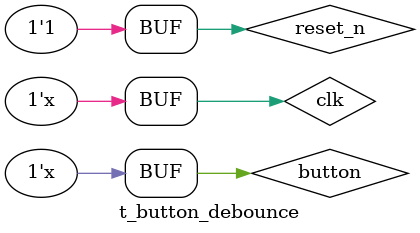
<source format=v>
`timescale 1ns / 1ps
module t_button_debounce();

  parameter
    CLK_FREQUENCY  = 10_000_000,
    DEBOUNCE_HZ    = 2;

  reg clk, reset_n, button;
  wire debounce;
  
  button_debounce
    #(
      .CLK_FREQUENCY(CLK_FREQUENCY),
      .DEBOUNCE_HZ(DEBOUNCE_HZ)
      )
  button_debounce
    (
     .clk(clk),
     .reset_n(reset_n),
     .button(button),
     .debounce(debounce)
     );

  initial begin
    clk          = 1'bx; reset_n = 1'bx; button = 1'bx;
    #10 reset_n  = 1;
    #10 reset_n  = 0; clk = 0;
    #10 reset_n  = 1;
    #10 button   = 0;
  end

  always
    #5 clk  = ~clk;

  always begin
    #100 button  = ~button;
    #0.1 button  = ~button;
    #0.1 button  = ~button;
    #0.1 button  = ~button;
    #0.1 button  = ~button;
    #0.1 button  = ~button;
    #0.1 button  = ~button;
    #0.1 button  = ~button;
    #0.1 button  = ~button;
  end
  
endmodule

</source>
